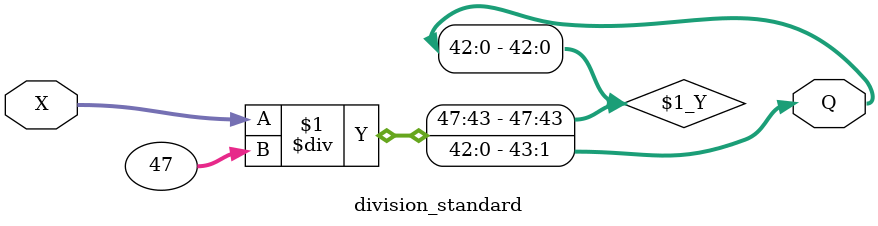
<source format=v>
module division_standard( X, Q);//, R);

input  [48:1] X;
output [43:1] Q; 
//output [6:1] R;

assign Q = X / 47;

//assign R = X % 47;

endmodule

</source>
